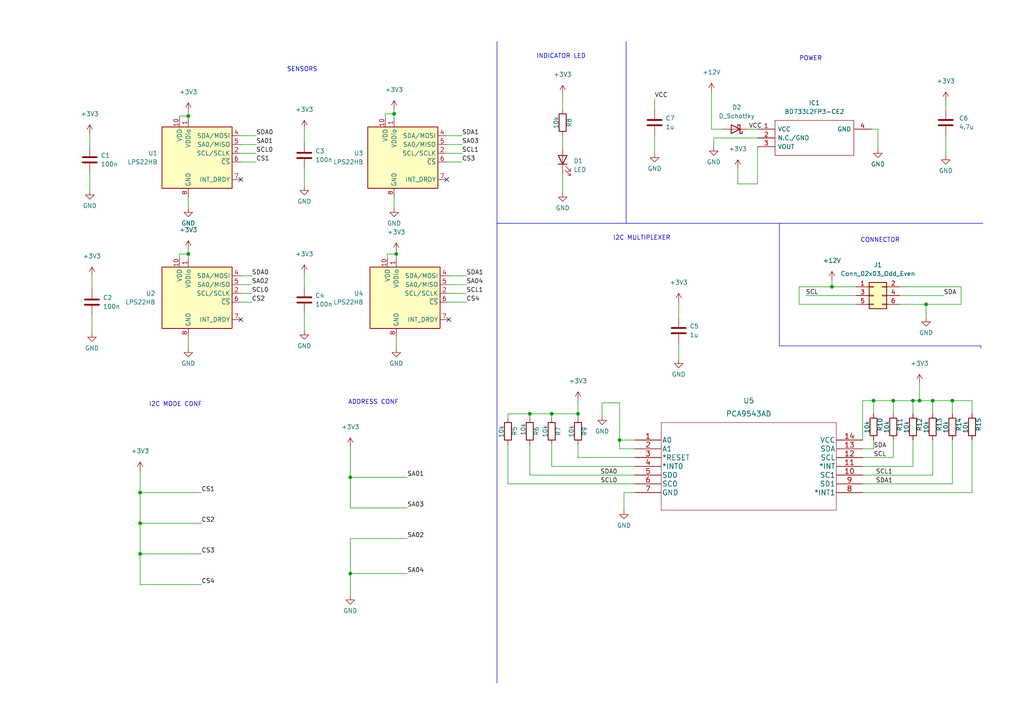
<source format=kicad_sch>
(kicad_sch (version 20231120) (generator "eeschema") (generator_version "8.0")
  (paper "A4")
  (title_block (title "Mozart Pressure Sensors") (rev "1.1") (comment 1 "Rodrigo Moreno Garcia") (comment 2 "REAL") (comment 3 "ITU") (comment 4 "MOZART Project"))
  (lib_symbols
    (symbol "Connector_Generic:Conn_02x03_Odd_Even" (pin_names (offset 1.016) hide)
      (property "Reference" "J" (at 1.27 5.08 0))
      (property "Value" "Conn_02x03_Odd_Even" (at 1.27 -5.08 0))
      (symbol "Conn_02x03_Odd_Even_1_1"
        (rectangle (start -1.27 -2.413) (end 0 -2.667) (stroke (width 0.1524)))
        (rectangle (start -1.27 0.127) (end 0 -0.127) (stroke (width 0.1524)))
        (rectangle (start -1.27 2.667) (end 0 2.413) (stroke (width 0.1524)))
        (rectangle (start -1.27 3.81) (end 3.81 -3.81) (stroke (width 0.254)) (fill (type background)))
        (rectangle (start 3.81 -2.413) (end 2.54 -2.667) (stroke (width 0.1524)))
        (rectangle (start 3.81 0.127) (end 2.54 -0.127) (stroke (width 0.1524)))
        (rectangle (start 3.81 2.667) (end 2.54 2.413) (stroke (width 0.1524)))
        (pin passive line (at -5.08 2.54 0) (length 3.81) (name "Pin_1") (number "1"))
        (pin passive line (at 7.62 2.54 180) (length 3.81) (name "Pin_2") (number "2"))
        (pin passive line (at -5.08 0 0) (length 3.81) (name "Pin_3") (number "3"))
        (pin passive line (at 7.62 0 180) (length 3.81) (name "Pin_4") (number "4"))
        (pin passive line (at -5.08 -2.54 0) (length 3.81) (name "Pin_5") (number "5"))
        (pin passive line (at 7.62 -2.54 180) (length 3.81) (name "Pin_6") (number "6"))
      )
    )
    (symbol "Custom:BD733L2FP3-CE2" (pin_names (offset 0.762))
      (property "Reference" "IC" (at 29.21 7.62 0))
      (property "Value" "BD733L2FP3-CE2" (at 29.21 5.08 0))
      (symbol "BD733L2FP3-CE2_0_0"
        (pin passive line (at 0 0 0) (length 5.08) (name "VCC") (number "1"))
        (pin passive line (at 0 -2.54 0) (length 5.08) (name "N.C./GND") (number "2"))
        (pin passive line (at 0 -5.08 0) (length 5.08) (name "VOUT") (number "3"))
        (pin passive line (at 33.02 0 180) (length 5.08) (name "GND") (number "4"))
      )
      (symbol "BD733L2FP3-CE2_0_1"
        (polyline (pts (xy 5.08 2.54) (xy 27.94 2.54) (xy 27.94 -7.62) (xy 5.08 -7.62) (xy 5.08 2.54)) (stroke (width 0.1524)))
      )
    )
    (symbol "Custom:LPS22HB"
      (property "Reference" "U" (at -10.16 8.89 0))
      (property "Value" "LPS22HB" (at 10.16 8.89 0))
      (symbol "LPS22HB_0_1"
        (rectangle (start -10.16 7.62) (end 10.16 -10.16) (stroke (width 0.254)) (fill (type background)))
      )
      (symbol "LPS22HB_1_1"
        (pin power_in line (at -2.54 10.16 270) (length 2.54) (name "VDDio") (number "1"))
        (pin power_in line (at -5.08 10.16 270) (length 2.54) (name "VDD") (number "10"))
        (pin input line (at 12.7 0 180) (length 2.54) (name "SCL/SCLK") (number "2"))
        (pin passive line (at -2.54 -12.7 90) (length 2.54) hide (name "GND") (number "3"))
        (pin bidirectional line (at 12.7 5.08 180) (length 2.54) (name "SDA/MOSI") (number "4"))
        (pin bidirectional line (at 12.7 2.54 180) (length 2.54) (name "SA0/MISO") (number "5"))
        (pin input line (at 12.7 -2.54 180) (length 2.54) (name "~{CS}") (number "6"))
        (pin output line (at 12.7 -7.62 180) (length 2.54) (name "INT_DRDY") (number "7"))
        (pin power_in line (at -2.54 -12.7 90) (length 2.54) (name "GND") (number "8"))
        (pin passive line (at -2.54 -12.7 90) (length 2.54) hide (name "GND") (number "9"))
      )
    )
    (symbol "Custom:PCA9543AD" (pin_names (offset 0.254))
      (property "Reference" "U" (at 33.02 10.16 0))
      (property "Value" "PCA9543AD" (at 33.02 7.62 0))
      (symbol "PCA9543AD_1_1"
        (polyline (pts (xy 7.62 -20.32) (xy 58.42 -20.32)) (stroke (width 0.127)))
        (polyline (pts (xy 7.62 5.08) (xy 7.62 -20.32)) (stroke (width 0.127)))
        (polyline (pts (xy 58.42 -20.32) (xy 58.42 5.08)) (stroke (width 0.127)))
        (polyline (pts (xy 58.42 5.08) (xy 7.62 5.08)) (stroke (width 0.127)))
        (pin input line (at 0 0 0) (length 7.62) (name "A0") (number "1"))
        (pin unspecified line (at 66.04 -10.16 180) (length 7.62) (name "SC1") (number "10"))
        (pin output line (at 66.04 -7.62 180) (length 7.62) (name "*INT") (number "11"))
        (pin unspecified line (at 66.04 -5.08 180) (length 7.62) (name "SCL") (number "12"))
        (pin unspecified line (at 66.04 -2.54 180) (length 7.62) (name "SDA") (number "13"))
        (pin power_in line (at 66.04 0 180) (length 7.62) (name "VCC") (number "14"))
        (pin input line (at 0 -2.54 0) (length 7.62) (name "A1") (number "2"))
        (pin input line (at 0 -5.08 0) (length 7.62) (name "*RESET") (number "3"))
        (pin input line (at 0 -7.62 0) (length 7.62) (name "*INT0") (number "4"))
        (pin unspecified line (at 0 -10.16 0) (length 7.62) (name "SD0") (number "5"))
        (pin unspecified line (at 0 -12.7 0) (length 7.62) (name "SC0") (number "6"))
        (pin power_in line (at 0 -15.24 0) (length 7.62) (name "GND") (number "7"))
        (pin input line (at 66.04 -15.24 180) (length 7.62) (name "*INT1") (number "8"))
        (pin unspecified line (at 66.04 -12.7 180) (length 7.62) (name "SD1") (number "9"))
      )
    )
    (symbol "Device:C" (pin_numbers hide) (pin_names (offset 0.254))
      (property "Reference" "C" (at 0.635 2.54 0))
      (property "Value" "C" (at 0.635 -2.54 0))
      (symbol "C_0_1"
        (polyline (pts (xy -2.032 -0.762) (xy 2.032 -0.762)) (stroke (width 0.508)))
        (polyline (pts (xy -2.032 0.762) (xy 2.032 0.762)) (stroke (width 0.508)))
      )
      (symbol "C_1_1"
        (pin passive line (at 0 3.81 270) (length 2.794) (name "~") (number "1"))
        (pin passive line (at 0 -3.81 90) (length 2.794) (name "~") (number "2"))
      )
    )
    (symbol "Device:D_Schottky" (pin_numbers hide) (pin_names (offset 1.016) hide)
      (property "Reference" "D" (at 0 2.54 0))
      (property "Value" "D_Schottky" (at 0 -2.54 0))
      (symbol "D_Schottky_0_1"
        (polyline (pts (xy 1.27 0) (xy -1.27 0)))
        (polyline (pts (xy 1.27 1.27) (xy 1.27 -1.27) (xy -1.27 0) (xy 1.27 1.27)) (stroke (width 0.254)))
        (polyline (pts (xy -1.905 0.635) (xy -1.905 1.27) (xy -1.27 1.27) (xy -1.27 -1.27) (xy -0.635 -1.27) (xy -0.635 -0.635)) (stroke (width 0.254)))
      )
      (symbol "D_Schottky_1_1"
        (pin passive line (at -3.81 0 0) (length 2.54) (name "K") (number "1"))
        (pin passive line (at 3.81 0 180) (length 2.54) (name "A") (number "2"))
      )
    )
    (symbol "Device:LED" (pin_numbers hide) (pin_names (offset 1.016) hide)
      (property "Reference" "D" (at 0 2.54 0))
      (property "Value" "LED" (at 0 -2.54 0))
      (symbol "LED_0_1"
        (polyline (pts (xy -1.27 -1.27) (xy -1.27 1.27)) (stroke (width 0.254)))
        (polyline (pts (xy -1.27 0) (xy 1.27 0)))
        (polyline (pts (xy 1.27 -1.27) (xy 1.27 1.27) (xy -1.27 0) (xy 1.27 -1.27)) (stroke (width 0.254)))
        (polyline (pts (xy -3.048 -0.762) (xy -4.572 -2.286) (xy -3.81 -2.286) (xy -4.572 -2.286) (xy -4.572 -1.524)))
        (polyline (pts (xy -1.778 -0.762) (xy -3.302 -2.286) (xy -2.54 -2.286) (xy -3.302 -2.286) (xy -3.302 -1.524)))
      )
      (symbol "LED_1_1"
        (pin passive line (at -3.81 0 0) (length 2.54) (name "K") (number "1"))
        (pin passive line (at 3.81 0 180) (length 2.54) (name "A") (number "2"))
      )
    )
    (symbol "Device:R" (pin_numbers hide) (pin_names (offset 0))
      (property "Reference" "R" (at 2.032 0 90))
      (property "Value" "R" (at 0 0 90))
      (symbol "R_0_1"
        (rectangle (start -1.016 -2.54) (end 1.016 2.54) (stroke (width 0.254)))
      )
      (symbol "R_1_1"
        (pin passive line (at 0 3.81 270) (length 1.27) (name "~") (number "1"))
        (pin passive line (at 0 -3.81 90) (length 1.27) (name "~") (number "2"))
      )
    )
    (symbol "power:+12V" (power) (pin_names (offset 0))
      (property "Value" "+12V" (at 0 3.556 0))
      (symbol "+12V_0_1"
        (polyline (pts (xy -0.762 1.27) (xy 0 2.54)))
        (polyline (pts (xy 0 0) (xy 0 2.54)))
        (polyline (pts (xy 0 2.54) (xy 0.762 1.27)))
      )
      (symbol "+12V_1_1"
        (pin power_in line (at 0 0 90) (length 0) hide (name "+12V") (number "1"))
      )
    )
    (symbol "power:+3.3V" (power) (pin_names (offset 0))
      (property "Value" "+3.3V" (at 0 3.556 0))
      (symbol "+3.3V_0_1"
        (polyline (pts (xy -0.762 1.27) (xy 0 2.54)))
        (polyline (pts (xy 0 0) (xy 0 2.54)))
        (polyline (pts (xy 0 2.54) (xy 0.762 1.27)))
      )
      (symbol "+3.3V_1_1"
        (pin power_in line (at 0 0 90) (length 0) hide (name "+3V3") (number "1"))
      )
    )
    (symbol "power:GND" (power) (pin_names (offset 0))
      (property "Value" "GND" (at 0 -3.81 0))
      (symbol "GND_0_1"
        (polyline (pts (xy 0 0) (xy 0 -1.27) (xy 1.27 -1.27) (xy 0 -2.54) (xy -1.27 -1.27) (xy 0 -1.27)))
      )
      (symbol "GND_1_1"
        (pin power_in line (at 0 0 270) (length 0) hide (name "GND") (number "1"))
      )
    )
  )
  (junction (at 153.67 120.015))
  (junction (at 40.64 160.655))
  (junction (at 101.6 138.43))
  (junction (at 266.7 116.205))
  (junction (at 167.64 120.015))
  (junction (at 276.225 116.205))
  (junction (at 114.3 33.02))
  (junction (at 259.08 116.205))
  (junction (at 40.64 142.875))
  (junction (at 114.935 73.66))
  (junction (at 268.605 88.265))
  (junction (at 264.795 116.205))
  (junction (at 40.64 151.765))
  (junction (at 160.02 120.015))
  (junction (at 54.61 33.655))
  (junction (at 179.705 127.635))
  (junction (at 253.365 116.205))
  (junction (at 101.6 166.37))
  (junction (at 241.3 83.185))
  (junction (at 270.51 116.205))
  (junction (at 54.61 73.66))
  (no_connect (at 129.54 52.07))
  (no_connect (at 130.175 92.71))
  (no_connect (at 69.85 92.71))
  (no_connect (at 69.85 52.07))
  (wire (pts (xy 40.64 136.525) (xy 40.64 142.875)))
  (wire (pts (xy 231.775 88.265) (xy 248.285 88.265)))
  (wire (pts (xy 101.6 156.21) (xy 118.11 156.21)))
  (wire (pts (xy 184.15 142.875) (xy 180.975 142.875)))
  (polyline (pts (xy 284.48 100.33) (xy 284.48 100.965)))
  (wire (pts (xy 88.265 37.465) (xy 88.265 41.275)))
  (wire (pts (xy 219.71 42.545) (xy 219.71 53.34)))
  (wire (pts (xy 260.985 83.185) (xy 278.765 83.185)))
  (wire (pts (xy 129.54 44.45) (xy 133.985 44.45)))
  (wire (pts (xy 250.19 116.205) (xy 253.365 116.205)))
  (wire (pts (xy 69.85 80.01) (xy 73.025 80.01)))
  (wire (pts (xy 88.265 48.895) (xy 88.265 53.975)))
  (wire (pts (xy 147.32 140.335) (xy 147.32 128.905)))
  (polyline (pts (xy 181.61 64.77) (xy 144.145 64.77)))
  (polyline (pts (xy 226.06 100.33) (xy 284.48 100.33)))
  (wire (pts (xy 268.605 88.265) (xy 278.765 88.265)))
  (wire (pts (xy 114.3 57.15) (xy 114.3 60.325)))
  (wire (pts (xy 130.175 85.09) (xy 135.255 85.09)))
  (wire (pts (xy 281.94 120.015) (xy 281.94 116.205)))
  (wire (pts (xy 259.08 132.715) (xy 259.08 127.635)))
  (wire (pts (xy 114.935 73.66) (xy 114.935 74.93)))
  (wire (pts (xy 153.67 137.795) (xy 153.67 128.905)))
  (wire (pts (xy 88.265 79.375) (xy 88.265 83.185)))
  (wire (pts (xy 147.32 120.015) (xy 153.67 120.015)))
  (wire (pts (xy 69.85 39.37) (xy 74.295 39.37)))
  (wire (pts (xy 274.32 39.37) (xy 274.32 45.085)))
  (wire (pts (xy 167.64 116.205) (xy 167.64 120.015)))
  (wire (pts (xy 163.195 50.165) (xy 163.195 55.88)))
  (wire (pts (xy 250.19 137.795) (xy 270.51 137.795)))
  (wire (pts (xy 189.865 39.37) (xy 189.865 44.45)))
  (wire (pts (xy 69.85 87.63) (xy 73.025 87.63)))
  (wire (pts (xy 167.64 128.905) (xy 167.64 132.715)))
  (wire (pts (xy 231.775 88.265) (xy 231.775 83.185)))
  (wire (pts (xy 167.64 120.015) (xy 167.64 121.285)))
  (wire (pts (xy 276.225 116.205) (xy 276.225 120.015)))
  (wire (pts (xy 69.85 85.09) (xy 73.025 85.09)))
  (wire (pts (xy 54.61 33.655) (xy 54.61 34.29)))
  (wire (pts (xy 130.175 80.01) (xy 135.255 80.01)))
  (wire (pts (xy 179.705 116.84) (xy 174.625 116.84)))
  (wire (pts (xy 111.76 33.02) (xy 114.3 33.02)))
  (polyline (pts (xy 181.61 64.77) (xy 285.115 64.77)))
  (wire (pts (xy 250.19 140.335) (xy 276.225 140.335)))
  (wire (pts (xy 52.07 73.66) (xy 54.61 73.66)))
  (wire (pts (xy 209.55 37.465) (xy 206.375 37.465)))
  (wire (pts (xy 260.985 88.265) (xy 268.605 88.265)))
  (wire (pts (xy 52.07 34.29) (xy 52.07 33.655)))
  (wire (pts (xy 253.365 116.205) (xy 259.08 116.205)))
  (wire (pts (xy 69.85 46.99) (xy 74.295 46.99)))
  (wire (pts (xy 114.935 97.79) (xy 114.935 100.965)))
  (wire (pts (xy 101.6 166.37) (xy 101.6 156.21)))
  (wire (pts (xy 26.67 80.01) (xy 26.67 83.82)))
  (wire (pts (xy 26.035 50.165) (xy 26.035 55.245)))
  (wire (pts (xy 268.605 88.265) (xy 268.605 92.075)))
  (wire (pts (xy 276.225 116.205) (xy 281.94 116.205)))
  (wire (pts (xy 40.64 169.545) (xy 58.42 169.545)))
  (wire (pts (xy 231.775 83.185) (xy 241.3 83.185)))
  (polyline (pts (xy 144.145 12.065) (xy 144.145 64.77)))
  (wire (pts (xy 281.94 142.875) (xy 281.94 127.635)))
  (wire (pts (xy 233.68 85.725) (xy 248.285 85.725)))
  (wire (pts (xy 250.19 142.875) (xy 281.94 142.875)))
  (wire (pts (xy 101.6 166.37) (xy 118.11 166.37)))
  (wire (pts (xy 184.15 140.335) (xy 147.32 140.335)))
  (polyline (pts (xy 226.06 64.77) (xy 226.06 100.33)))
  (wire (pts (xy 266.7 116.205) (xy 270.51 116.205)))
  (wire (pts (xy 254.635 37.465) (xy 254.635 43.18)))
  (wire (pts (xy 264.795 116.205) (xy 266.7 116.205)))
  (wire (pts (xy 250.19 130.175) (xy 253.365 130.175)))
  (wire (pts (xy 248.285 83.185) (xy 241.3 83.185)))
  (wire (pts (xy 40.64 151.765) (xy 40.64 160.655)))
  (wire (pts (xy 179.705 130.175) (xy 179.705 127.635)))
  (polyline (pts (xy 181.61 12.065) (xy 181.61 64.77)))
  (polyline (pts (xy 144.145 64.77) (xy 144.145 198.12)))
  (wire (pts (xy 250.19 132.715) (xy 259.08 132.715)))
  (wire (pts (xy 26.035 38.735) (xy 26.035 42.545)))
  (wire (pts (xy 250.19 135.255) (xy 264.795 135.255)))
  (wire (pts (xy 111.76 34.29) (xy 111.76 33.02)))
  (wire (pts (xy 259.08 116.205) (xy 259.08 120.015)))
  (wire (pts (xy 266.7 111.125) (xy 266.7 116.205)))
  (wire (pts (xy 163.195 27.305) (xy 163.195 31.75)))
  (wire (pts (xy 163.195 39.37) (xy 163.195 42.545)))
  (wire (pts (xy 219.71 53.34) (xy 213.995 53.34)))
  (wire (pts (xy 147.32 121.285) (xy 147.32 120.015)))
  (wire (pts (xy 130.175 87.63) (xy 135.255 87.63)))
  (wire (pts (xy 130.175 82.55) (xy 135.255 82.55)))
  (wire (pts (xy 153.67 121.285) (xy 153.67 120.015)))
  (wire (pts (xy 54.61 97.79) (xy 54.61 100.965)))
  (wire (pts (xy 69.85 41.91) (xy 74.295 41.91)))
  (wire (pts (xy 101.6 172.72) (xy 101.6 166.37)))
  (wire (pts (xy 270.51 116.205) (xy 270.51 120.015)))
  (wire (pts (xy 54.61 57.15) (xy 54.61 60.325)))
  (wire (pts (xy 264.795 135.255) (xy 264.795 127.635)))
  (wire (pts (xy 189.865 28.575) (xy 189.865 31.75)))
  (wire (pts (xy 196.85 87.63) (xy 196.85 92.075)))
  (wire (pts (xy 101.6 138.43) (xy 101.6 147.32)))
  (wire (pts (xy 217.17 37.465) (xy 219.71 37.465)))
  (wire (pts (xy 54.61 73.66) (xy 54.61 74.93)))
  (wire (pts (xy 196.85 99.695) (xy 196.85 104.14)))
  (wire (pts (xy 52.07 33.655) (xy 54.61 33.655)))
  (wire (pts (xy 206.375 26.67) (xy 206.375 37.465)))
  (wire (pts (xy 219.71 40.005) (xy 207.01 40.005)))
  (wire (pts (xy 40.64 142.875) (xy 58.42 142.875)))
  (wire (pts (xy 180.975 142.875) (xy 180.975 147.955)))
  (wire (pts (xy 270.51 137.795) (xy 270.51 127.635)))
  (wire (pts (xy 184.15 137.795) (xy 153.67 137.795)))
  (wire (pts (xy 259.08 116.205) (xy 264.795 116.205)))
  (wire (pts (xy 160.02 121.285) (xy 160.02 120.015)))
  (wire (pts (xy 40.64 160.655) (xy 58.42 160.655)))
  (wire (pts (xy 184.15 130.175) (xy 179.705 130.175)))
  (wire (pts (xy 184.15 132.715) (xy 167.64 132.715)))
  (wire (pts (xy 40.64 151.765) (xy 58.42 151.765)))
  (wire (pts (xy 174.625 116.84) (xy 174.625 120.65)))
  (wire (pts (xy 264.795 120.015) (xy 264.795 116.205)))
  (wire (pts (xy 253.365 130.175) (xy 253.365 127.635)))
  (wire (pts (xy 260.985 85.725) (xy 273.685 85.725)))
  (wire (pts (xy 184.15 135.255) (xy 160.02 135.255)))
  (wire (pts (xy 114.3 33.02) (xy 114.3 34.29)))
  (wire (pts (xy 252.73 37.465) (xy 254.635 37.465)))
  (wire (pts (xy 129.54 41.91) (xy 133.985 41.91)))
  (wire (pts (xy 276.225 140.335) (xy 276.225 127.635)))
  (wire (pts (xy 112.395 74.93) (xy 112.395 73.66)))
  (wire (pts (xy 101.6 147.32) (xy 118.11 147.32)))
  (wire (pts (xy 270.51 116.205) (xy 276.225 116.205)))
  (wire (pts (xy 129.54 39.37) (xy 133.985 39.37)))
  (wire (pts (xy 253.365 116.205) (xy 253.365 120.015)))
  (wire (pts (xy 179.705 127.635) (xy 179.705 116.84)))
  (wire (pts (xy 207.01 40.005) (xy 207.01 42.545)))
  (wire (pts (xy 129.54 46.99) (xy 133.985 46.99)))
  (wire (pts (xy 278.765 83.185) (xy 278.765 88.265)))
  (wire (pts (xy 160.02 128.905) (xy 160.02 135.255)))
  (wire (pts (xy 250.19 127.635) (xy 250.19 116.205)))
  (wire (pts (xy 69.85 82.55) (xy 73.025 82.55)))
  (wire (pts (xy 114.3 31.75) (xy 114.3 33.02)))
  (wire (pts (xy 112.395 73.66) (xy 114.935 73.66)))
  (wire (pts (xy 52.07 74.93) (xy 52.07 73.66)))
  (wire (pts (xy 40.64 142.875) (xy 40.64 151.765)))
  (wire (pts (xy 274.32 29.21) (xy 274.32 31.75)))
  (wire (pts (xy 241.3 83.185) (xy 241.3 81.28)))
  (wire (pts (xy 179.705 127.635) (xy 184.15 127.635)))
  (wire (pts (xy 153.67 120.015) (xy 160.02 120.015)))
  (wire (pts (xy 26.67 91.44) (xy 26.67 96.52)))
  (wire (pts (xy 118.11 138.43) (xy 101.6 138.43)))
  (wire (pts (xy 54.61 32.385) (xy 54.61 33.655)))
  (wire (pts (xy 160.02 120.015) (xy 167.64 120.015)))
  (wire (pts (xy 213.995 53.34) (xy 213.995 48.895)))
  (wire (pts (xy 114.935 73.025) (xy 114.935 73.66)))
  (wire (pts (xy 54.61 72.39) (xy 54.61 73.66)))
  (wire (pts (xy 101.6 138.43) (xy 101.6 129.54)))
  (wire (pts (xy 88.265 90.805) (xy 88.265 95.885)))
  (wire (pts (xy 69.85 44.45) (xy 74.295 44.45)))
  (wire (pts (xy 40.64 160.655) (xy 40.64 169.545)))
  (text "I2C MODE CONF" (at 43.18 118.11 0) (effects (font (size 1.27 1.27)) (justify left bottom)))
  (text "CONNECTOR" (at 249.555 70.485 0) (effects (font (size 1.27 1.27)) (justify left bottom)))
  (text "I2C MULTIPLEXER" (at 177.8 69.85 0) (effects (font (size 1.27 1.27)) (justify left bottom)))
  (text "INDICATOR LED" (at 155.575 17.145 0) (effects (font (size 1.27 1.27)) (justify left bottom)))
  (text "SENSORS" (at 83.185 20.955 0) (effects (font (size 1.27 1.27)) (justify left bottom)))
  (text "POWER" (at 231.775 17.78 0) (effects (font (size 1.27 1.27)) (justify left bottom)))
  (text "ADDRESS CONF" (at 100.965 117.475 0) (effects (font (size 1.27 1.27)) (justify left bottom)))
  (label "SCL0" (at 73.025 85.09 0))
  (label "CS2" (at 58.42 151.765 0))
  (label "SDA0" (at 179.07 137.795 180))
  (label "CS1" (at 58.42 142.875 0))
  (label "SDA0" (at 73.025 80.01 0))
  (label "SA02" (at 118.11 156.21 0))
  (label "SDA" (at 253.365 130.175 0))
  (label "SA04" (at 118.11 166.37 0))
  (label "SDA1" (at 254 140.335 0))
  (label "SA02" (at 73.025 82.55 0))
  (label "SA01" (at 118.11 138.43 0))
  (label "SCL" (at 253.365 132.715 0))
  (label "SDA1" (at 135.255 80.01 0))
  (label "CS3" (at 133.985 46.99 0))
  (label "CS2" (at 73.025 87.63 0))
  (label "SCL0" (at 74.295 44.45 0))
  (label "CS1" (at 74.295 46.99 0))
  (label "SA03" (at 118.11 147.32 0))
  (label "SCL1" (at 135.255 85.09 0))
  (label "SDA0" (at 74.295 39.37 0))
  (label "VCC" (at 189.865 28.575 0))
  (label "SA01" (at 74.295 41.91 0))
  (label "SCL0" (at 179.07 140.335 180))
  (label "CS3" (at 58.42 160.655 0))
  (label "SDA1" (at 133.985 39.37 0))
  (label "SA03" (at 133.985 41.91 0))
  (label "SCL1" (at 133.985 44.45 0))
  (label "SCL1" (at 254 137.795 0))
  (label "SCL" (at 233.68 85.725 0))
  (label "VCC" (at 217.17 37.465 0))
  (label "CS4" (at 58.42 169.545 0))
  (label "SDA" (at 273.685 85.725 0))
  (label "CS4" (at 135.255 87.63 0))
  (label "SA04" (at 135.255 82.55 0))
  (symbol (lib_id "Device:R") (at 281.94 123.825 0) (unit 1)
    (property "Reference" "R15" (at 283.845 125.095 90) (effects (justify left)))
    (property "Value" "10k" (at 280.035 125.73 90) (effects (justify left)))
    (property "Footprint" "Resistor_SMD:R_0805_2012Metric_Pad1.20x1.40mm_HandSolder" (effects (hide yes)))
  )
  (symbol (lib_id "Custom:BD733L2FP3-CE2") (at 219.71 37.465 0) (unit 1)
    (property "Reference" "IC1" (at 236.22 29.845 0))
    (property "Value" "BD733L2FP3-CE2" (at 236.22 32.385 0))
    (property "Footprint" "Custom:SOT230P700X180-4N" (effects (hide yes)))
    (property "Datasheet" "http://uk.rs-online.com/web/p/products/1288876P" (effects (hide yes)))
    (property "Description" "ROHM BD733L2FP3-CE2, LDO Regulator, 200mA, 3.3 V, +/-2%, 4.37  45 Vin, SOT-223-4F 4-Pin" (effects (hide yes)))
    (property "Height" "1.8" (effects (hide yes)))
    (property "RS Part Number" "1288876P" (effects (hide yes)))
    (property "RS Price/Stock" "http://uk.rs-online.com/web/p/products/1288876P" (effects (hide yes)))
    (property "Manufacturer_Name" "ROHM Semiconductor" (effects (hide yes)))
    (property "Manufacturer_Part_Number" "BD733L2FP3-CE2" (effects (hide yes)))
  )
  (symbol (lib_id "Device:R") (at 153.67 125.095 0) (unit 1)
    (property "Reference" "R6" (at 155.575 126.365 90) (effects (justify left)))
    (property "Value" "10k" (at 151.765 126.365 90) (effects (justify left)))
    (property "Footprint" "Resistor_SMD:R_0805_2012Metric_Pad1.20x1.40mm_HandSolder" (effects (hide yes)))
  )
  (symbol (lib_id "Custom:LPS22HB") (at 57.15 85.09 0) (unit 1)
    (property "Reference" "U2" (at 45.085 85.0899 0) (effects (justify right)))
    (property "Value" "LPS22HB" (at 45.085 87.6299 0) (effects (justify right)))
    (property "Footprint" "Custom:LPS22HBTR" (effects (hide yes)))
    (property "Datasheet" "www.st.com/resource/en/datasheet/lps22hb.pdf" (effects (hide yes)))
  )
  (symbol (lib_id "power:+3.3V") (at 26.035 38.735 0) (unit 1)
    (property "Reference" "#PWR01" (effects (hide yes)))
    (property "Value" "+3V3" (at 26.035 33.02 0))
  )
  (symbol (lib_id "power:GND") (at 196.85 104.14 0) (unit 1)
    (property "Reference" "#PWR029" (effects (hide yes)))
    (property "Value" "GND" (at 196.85 108.585 0))
  )
  (symbol (lib_id "Device:R") (at 270.51 123.825 0) (unit 1)
    (property "Reference" "R13" (at 272.415 125.095 90) (effects (justify left)))
    (property "Value" "10k" (at 268.605 125.73 90) (effects (justify left)))
    (property "Footprint" "Resistor_SMD:R_0805_2012Metric_Pad1.20x1.40mm_HandSolder" (effects (hide yes)))
  )
  (symbol (lib_id "Device:D_Schottky") (at 213.36 37.465 180) (unit 1)
    (property "Reference" "D2" (at 213.6775 31.115 0))
    (property "Value" "D_Schottky" (at 213.6775 33.655 0))
    (property "Footprint" "Diode_SMD:D_SMA" (effects (hide yes)))
  )
  (symbol (lib_id "power:+3.3V") (at 40.64 136.525 0) (unit 1)
    (property "Reference" "#PWR05" (effects (hide yes)))
    (property "Value" "+3V3" (at 40.64 130.81 0))
  )
  (symbol (lib_id "power:+3.3V") (at 167.64 116.205 0) (unit 1)
    (property "Reference" "#PWR022" (effects (hide yes)))
    (property "Value" "+3V3" (at 167.64 110.49 0))
  )
  (symbol (lib_id "Custom:PCA9543AD") (at 184.15 127.635 0) (unit 1)
    (property "Reference" "U5" (at 217.17 116.205 0) (effects (font (size 1.524 1.524))))
    (property "Value" "PCA9543AD" (at 217.17 120.015 0) (effects (font (size 1.524 1.524))))
    (property "Footprint" "Custom:PCA9543AD" (effects (hide yes)))
  )
  (symbol (lib_id "Device:R") (at 163.195 35.56 180) (unit 1)
    (property "Reference" "R8" (at 165.1 35.56 90))
    (property "Value" "10k" (at 161.29 35.56 90))
    (property "Footprint" "Resistor_SMD:R_0805_2012Metric_Pad1.20x1.40mm_HandSolder" (effects (hide yes)))
  )
  (symbol (lib_id "Device:C") (at 88.265 86.995 0) (unit 1)
    (property "Reference" "C4" (at 91.44 85.7249 0) (effects (justify left)))
    (property "Value" "100n" (at 91.44 88.2649 0) (effects (justify left)))
    (property "Footprint" "Capacitor_SMD:C_0805_2012Metric_Pad1.18x1.45mm_HandSolder" (effects (hide yes)))
  )
  (symbol (lib_id "Device:R") (at 276.225 123.825 0) (unit 1)
    (property "Reference" "R14" (at 278.13 125.095 90) (effects (justify left)))
    (property "Value" "10k" (at 274.32 125.73 90) (effects (justify left)))
    (property "Footprint" "Resistor_SMD:R_0805_2012Metric_Pad1.20x1.40mm_HandSolder" (effects (hide yes)))
  )
  (symbol (lib_id "power:+12V") (at 241.3 81.28 0) (unit 1)
    (property "Reference" "#PWR031" (effects (hide yes)))
    (property "Value" "+12V" (at 241.3 75.565 0))
  )
  (symbol (lib_id "power:GND") (at 180.975 147.955 0) (unit 1)
    (property "Reference" "#PWR024" (effects (hide yes)))
    (property "Value" "GND" (at 180.975 152.4 0))
  )
  (symbol (lib_id "power:+3.3V") (at 274.32 29.21 0) (unit 1)
    (property "Reference" "#PWR032" (effects (hide yes)))
    (property "Value" "+3V3" (at 274.32 23.495 0))
  )
  (symbol (lib_id "power:+3.3V") (at 163.195 27.305 0) (unit 1)
    (property "Reference" "#PWR020" (effects (hide yes)))
    (property "Value" "+3V3" (at 163.195 21.59 0))
  )
  (symbol (lib_id "Device:C") (at 26.67 87.63 0) (unit 1)
    (property "Reference" "C2" (at 29.845 86.3599 0) (effects (justify left)))
    (property "Value" "100n" (at 29.845 88.8999 0) (effects (justify left)))
    (property "Footprint" "Capacitor_SMD:C_0805_2012Metric_Pad1.18x1.45mm_HandSolder" (effects (hide yes)))
  )
  (symbol (lib_id "power:+3.3V") (at 54.61 32.385 0) (unit 1)
    (property "Reference" "#PWR06" (effects (hide yes)))
    (property "Value" "+3V3" (at 54.61 26.67 0))
  )
  (symbol (lib_id "power:GND") (at 189.865 44.45 0) (unit 1)
    (property "Reference" "#PWR036" (effects (hide yes)))
    (property "Value" "GND" (at 189.865 48.895 0))
  )
  (symbol (lib_id "power:GND") (at 163.195 55.88 0) (unit 1)
    (property "Reference" "#PWR021" (effects (hide yes)))
    (property "Value" "GND" (at 163.195 60.325 0))
  )
  (symbol (lib_id "power:+3.3V") (at 196.85 87.63 0) (unit 1)
    (property "Reference" "#PWR028" (effects (hide yes)))
    (property "Value" "+3V3" (at 196.85 81.915 0))
  )
  (symbol (lib_id "Device:R") (at 167.64 125.095 180) (unit 1)
    (property "Reference" "R9" (at 169.545 125.095 90))
    (property "Value" "10k" (at 165.735 125.095 90))
    (property "Footprint" "Resistor_SMD:R_0805_2012Metric_Pad1.20x1.40mm_HandSolder" (effects (hide yes)))
  )
  (symbol (lib_id "Device:C") (at 196.85 95.885 0) (unit 1)
    (property "Reference" "C5" (at 200.025 94.6149 0) (effects (justify left)))
    (property "Value" "1u" (at 200.025 97.1549 0) (effects (justify left)))
    (property "Footprint" "Capacitor_SMD:C_0805_2012Metric_Pad1.18x1.45mm_HandSolder" (effects (hide yes)))
  )
  (symbol (lib_id "Custom:LPS22HB") (at 117.475 85.09 0) (unit 1)
    (property "Reference" "U4" (at 105.41 85.0899 0) (effects (justify right)))
    (property "Value" "LPS22HB" (at 105.41 87.6299 0) (effects (justify right)))
    (property "Footprint" "Custom:LPS22HBTR" (effects (hide yes)))
    (property "Datasheet" "www.st.com/resource/en/datasheet/lps22hb.pdf" (effects (hide yes)))
  )
  (symbol (lib_id "power:+3.3V") (at 26.67 80.01 0) (unit 1)
    (property "Reference" "#PWR03" (effects (hide yes)))
    (property "Value" "+3V3" (at 26.67 74.295 0))
  )
  (symbol (lib_id "Custom:LPS22HB") (at 57.15 44.45 0) (unit 1)
    (property "Reference" "U1" (at 45.72 44.4499 0) (effects (justify right)))
    (property "Value" "LPS22HB" (at 45.72 46.9899 0) (effects (justify right)))
    (property "Footprint" "Custom:LPS22HBTR" (effects (hide yes)))
    (property "Datasheet" "www.st.com/resource/en/datasheet/lps22hb.pdf" (effects (hide yes)))
  )
  (symbol (lib_id "power:+3.3V") (at 266.7 111.125 0) (unit 1)
    (property "Reference" "#PWR034" (effects (hide yes)))
    (property "Value" "+3V3" (at 266.7 105.41 0))
  )
  (symbol (lib_id "power:GND") (at 254.635 43.18 0) (unit 1)
    (property "Reference" "#PWR030" (effects (hide yes)))
    (property "Value" "GND" (at 254.635 47.625 0))
  )
  (symbol (lib_id "power:+3.3V") (at 88.265 37.465 0) (unit 1)
    (property "Reference" "#PWR010" (effects (hide yes)))
    (property "Value" "+3V3" (at 88.265 31.75 0))
  )
  (symbol (lib_id "Device:C") (at 26.035 46.355 0) (unit 1)
    (property "Reference" "C1" (at 29.21 45.0849 0) (effects (justify left)))
    (property "Value" "100n" (at 29.21 47.6249 0) (effects (justify left)))
    (property "Footprint" "Capacitor_SMD:C_0805_2012Metric_Pad1.18x1.45mm_HandSolder" (effects (hide yes)))
  )
  (symbol (lib_id "power:+3.3V") (at 101.6 129.54 0) (unit 1)
    (property "Reference" "#PWR014" (effects (hide yes)))
    (property "Value" "+3V3" (at 101.6 123.825 0))
  )
  (symbol (lib_id "Device:R") (at 253.365 123.825 0) (unit 1)
    (property "Reference" "R10" (at 255.27 125.095 90) (effects (justify left)))
    (property "Value" "10k" (at 251.46 125.73 90) (effects (justify left)))
    (property "Footprint" "Resistor_SMD:R_0805_2012Metric_Pad1.20x1.40mm_HandSolder" (effects (hide yes)))
  )
  (symbol (lib_id "power:GND") (at 88.265 95.885 0) (unit 1)
    (property "Reference" "#PWR013" (effects (hide yes)))
    (property "Value" "GND" (at 88.265 100.33 0))
  )
  (symbol (lib_id "power:GND") (at 54.61 100.965 0) (unit 1)
    (property "Reference" "#PWR09" (effects (hide yes)))
    (property "Value" "GND" (at 54.61 105.41 0))
  )
  (symbol (lib_id "power:+3.3V") (at 114.3 31.75 0) (unit 1)
    (property "Reference" "#PWR016" (effects (hide yes)))
    (property "Value" "+3V3" (at 114.3 26.035 0))
  )
  (symbol (lib_id "power:+3.3V") (at 54.61 72.39 0) (unit 1)
    (property "Reference" "#PWR08" (effects (hide yes)))
    (property "Value" "+3V3" (at 54.61 66.675 0))
  )
  (symbol (lib_id "power:+12V") (at 206.375 26.67 0) (unit 1)
    (property "Reference" "#PWR025" (effects (hide yes)))
    (property "Value" "+12V" (at 206.375 20.955 0))
  )
  (symbol (lib_id "Device:C") (at 88.265 45.085 0) (unit 1)
    (property "Reference" "C3" (at 91.44 43.8149 0) (effects (justify left)))
    (property "Value" "100n" (at 91.44 46.3549 0) (effects (justify left)))
    (property "Footprint" "Capacitor_SMD:C_0805_2012Metric_Pad1.18x1.45mm_HandSolder" (effects (hide yes)))
  )
  (symbol (lib_id "Connector_Generic:Conn_02x03_Odd_Even") (at 253.365 85.725 0) (unit 1)
    (property "Reference" "J1" (at 254.635 76.835 0))
    (property "Value" "Conn_02x03_Odd_Even" (at 254.635 79.375 0))
    (property "Footprint" "Connector_PinHeader_2.54mm:PinHeader_2x03_P2.54mm_Vertical" (effects (hide yes)))
  )
  (symbol (lib_id "Device:C") (at 274.32 35.56 0) (unit 1)
    (property "Reference" "C6" (at 278.13 34.2899 0) (effects (justify left)))
    (property "Value" "4.7u" (at 278.13 36.8299 0) (effects (justify left)))
    (property "Footprint" "Capacitor_SMD:C_0805_2012Metric_Pad1.18x1.45mm_HandSolder" (effects (hide yes)))
  )
  (symbol (lib_id "power:GND") (at 54.61 60.325 0) (unit 1)
    (property "Reference" "#PWR07" (effects (hide yes)))
    (property "Value" "GND" (at 54.61 64.77 0))
  )
  (symbol (lib_id "Custom:LPS22HB") (at 116.84 44.45 0) (unit 1)
    (property "Reference" "U3" (at 105.41 44.4499 0) (effects (justify right)))
    (property "Value" "LPS22HB" (at 105.41 46.9899 0) (effects (justify right)))
    (property "Footprint" "Custom:LPS22HBTR" (effects (hide yes)))
    (property "Datasheet" "www.st.com/resource/en/datasheet/lps22hb.pdf" (effects (hide yes)))
  )
  (symbol (lib_id "power:+3.3V") (at 88.265 79.375 0) (unit 1)
    (property "Reference" "#PWR012" (effects (hide yes)))
    (property "Value" "+3V3" (at 88.265 73.66 0))
  )
  (symbol (lib_id "power:GND") (at 26.67 96.52 0) (unit 1)
    (property "Reference" "#PWR04" (effects (hide yes)))
    (property "Value" "GND" (at 26.67 100.965 0))
  )
  (symbol (lib_id "Device:R") (at 160.02 125.095 180) (unit 1)
    (property "Reference" "R7" (at 161.925 125.095 90))
    (property "Value" "10k" (at 158.115 125.095 90))
    (property "Footprint" "Resistor_SMD:R_0805_2012Metric_Pad1.20x1.40mm_HandSolder" (effects (hide yes)))
  )
  (symbol (lib_id "power:GND") (at 114.3 60.325 0) (unit 1)
    (property "Reference" "#PWR017" (effects (hide yes)))
    (property "Value" "GND" (at 114.3 64.77 0))
  )
  (symbol (lib_id "power:GND") (at 114.935 100.965 0) (unit 1)
    (property "Reference" "#PWR019" (effects (hide yes)))
    (property "Value" "GND" (at 114.935 105.41 0))
  )
  (symbol (lib_id "Device:LED") (at 163.195 46.355 90) (unit 1)
    (property "Reference" "D1" (at 166.37 46.6724 90) (effects (justify right)))
    (property "Value" "LED" (at 166.37 49.2124 90) (effects (justify right)))
    (property "Footprint" "LED_SMD:LED_0805_2012Metric_Pad1.15x1.40mm_HandSolder" (effects (hide yes)))
  )
  (symbol (lib_id "power:GND") (at 274.32 45.085 0) (unit 1)
    (property "Reference" "#PWR033" (effects (hide yes)))
    (property "Value" "GND" (at 274.32 49.53 0))
  )
  (symbol (lib_id "power:+3.3V") (at 114.935 73.025 0) (unit 1)
    (property "Reference" "#PWR018" (effects (hide yes)))
    (property "Value" "+3V3" (at 114.935 67.31 0))
  )
  (symbol (lib_id "Device:R") (at 147.32 125.095 0) (unit 1)
    (property "Reference" "R5" (at 149.225 126.365 90) (effects (justify left)))
    (property "Value" "10k" (at 145.415 127 90) (effects (justify left)))
    (property "Footprint" "Resistor_SMD:R_0805_2012Metric_Pad1.20x1.40mm_HandSolder" (effects (hide yes)))
  )
  (symbol (lib_id "Device:C") (at 189.865 35.56 0) (unit 1)
    (property "Reference" "C7" (at 193.04 34.2899 0) (effects (justify left)))
    (property "Value" "1u" (at 193.04 36.8299 0) (effects (justify left)))
    (property "Footprint" "Capacitor_SMD:C_0805_2012Metric_Pad1.18x1.45mm_HandSolder" (effects (hide yes)))
  )
  (symbol (lib_id "power:GND") (at 88.265 53.975 0) (unit 1)
    (property "Reference" "#PWR011" (effects (hide yes)))
    (property "Value" "GND" (at 88.265 58.42 0))
  )
  (symbol (lib_id "Device:R") (at 259.08 123.825 0) (unit 1)
    (property "Reference" "R11" (at 260.985 125.095 90) (effects (justify left)))
    (property "Value" "10k" (at 257.175 125.73 90) (effects (justify left)))
    (property "Footprint" "Resistor_SMD:R_0805_2012Metric_Pad1.20x1.40mm_HandSolder" (effects (hide yes)))
  )
  (symbol (lib_id "Device:R") (at 264.795 123.825 0) (unit 1)
    (property "Reference" "R12" (at 266.7 125.095 90) (effects (justify left)))
    (property "Value" "10k" (at 262.89 125.73 90) (effects (justify left)))
    (property "Footprint" "Resistor_SMD:R_0805_2012Metric_Pad1.20x1.40mm_HandSolder" (effects (hide yes)))
  )
  (symbol (lib_id "power:GND") (at 101.6 172.72 0) (unit 1)
    (property "Reference" "#PWR015" (effects (hide yes)))
    (property "Value" "GND" (at 101.6 177.165 0))
  )
  (symbol (lib_id "power:GND") (at 174.625 120.65 0) (unit 1)
    (property "Reference" "#PWR023" (effects (hide yes)))
    (property "Value" "GND" (at 174.625 125.095 0))
  )
  (symbol (lib_id "power:+3.3V") (at 213.995 48.895 0) (unit 1)
    (property "Reference" "#PWR027" (effects (hide yes)))
    (property "Value" "+3V3" (at 213.995 43.18 0))
  )
  (symbol (lib_id "power:GND") (at 207.01 42.545 0) (unit 1)
    (property "Reference" "#PWR026" (effects (hide yes)))
    (property "Value" "GND" (at 207.01 46.99 0))
  )
  (symbol (lib_id "power:GND") (at 26.035 55.245 0) (unit 1)
    (property "Reference" "#PWR02" (effects (hide yes)))
    (property "Value" "GND" (at 26.035 59.69 0))
  )
  (symbol (lib_id "power:GND") (at 268.605 92.075 0) (unit 1)
    (property "Reference" "#PWR037" (effects (hide yes)))
    (property "Value" "GND" (at 268.605 96.52 0))
  )
)
</source>
